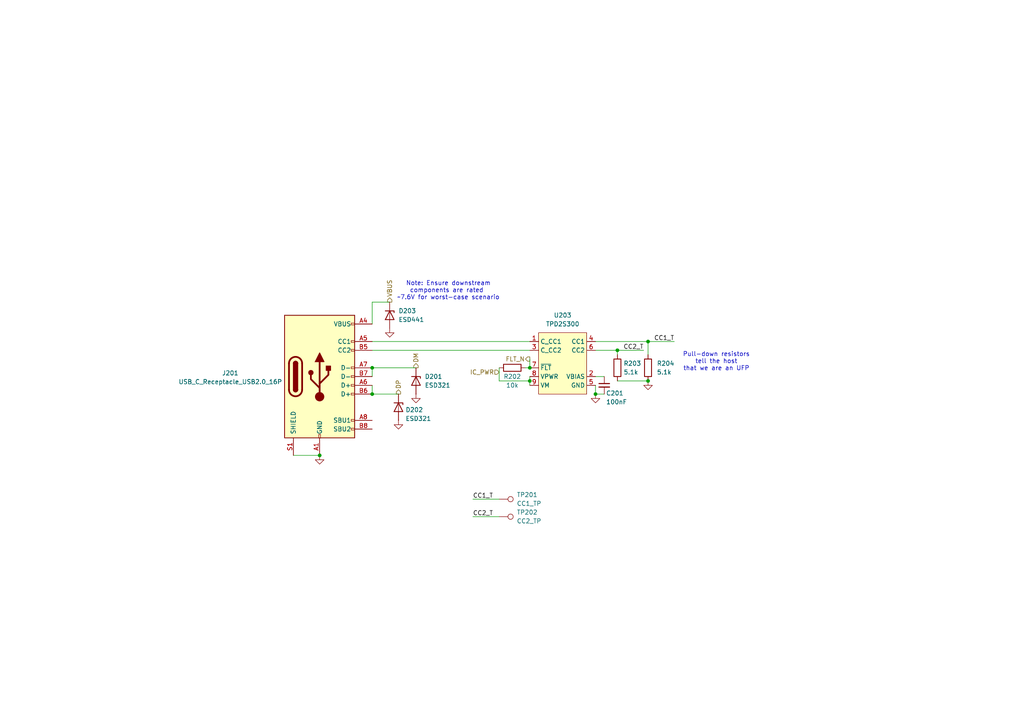
<source format=kicad_sch>
(kicad_sch (version 20231120) (generator "eeschema") (generator_version "8.0")
  (paper "A4")
  (title_block (title "USB-C Module") (date "2024-09-02") (rev "1") (company "Author: Lucas Merritt"))
  (lib_symbols
    (symbol "Connector:TestPoint" (pin_numbers hide) (pin_names (offset 0.762) hide)
      (property "Reference" "TP" (at 0 6.858 0))
      (property "Value" "TestPoint" (at 0 5.08 0))
      (symbol "TestPoint_0_1"
        (circle (center 0 3.302) (radius 0.762))
      )
      (symbol "TestPoint_1_1"
        (pin passive line (at 0 0 90) (length 2.54) (name "1") (number "1"))
      )
    )
    (symbol "Connector:USB_C_Receptacle_USB2.0_16P" (pin_names (offset 1.016))
      (property "Reference" "J" (at 0 22.225 0))
      (property "Value" "USB_C_Receptacle_USB2.0_16P" (at 0 19.685 0))
      (symbol "USB_C_Receptacle_USB2.0_16P_0_0"
        (rectangle (start -0.254 -17.78) (end 0.254 -16.764))
        (rectangle (start 10.16 -14.986) (end 9.144 -15.494))
        (rectangle (start 10.16 -12.446) (end 9.144 -12.954))
        (rectangle (start 10.16 -4.826) (end 9.144 -5.334))
        (rectangle (start 10.16 -2.286) (end 9.144 -2.794))
        (rectangle (start 10.16 0.254) (end 9.144 -0.254))
        (rectangle (start 10.16 2.794) (end 9.144 2.286))
        (rectangle (start 10.16 7.874) (end 9.144 7.366))
        (rectangle (start 10.16 10.414) (end 9.144 9.906))
        (rectangle (start 10.16 15.494) (end 9.144 14.986))
      )
      (symbol "USB_C_Receptacle_USB2.0_16P_0_1"
        (rectangle (start -10.16 17.78) (end 10.16 -17.78) (stroke (width 0.254)) (fill (type background)))
        (arc (start -8.89 -3.81) (mid -6.985 -5.7067) (end -5.08 -3.81) (stroke (width 0.508)))
        (arc (start -7.62 -3.81) (mid -6.985 -4.4423) (end -6.35 -3.81) (stroke (width 0.254)))
        (arc (start -7.62 -3.81) (mid -6.985 -4.4423) (end -6.35 -3.81) (stroke (width 0.254)) (fill (type outline)))
        (rectangle (start -7.62 -3.81) (end -6.35 3.81) (stroke (width 0.254)) (fill (type outline)))
        (arc (start -6.35 3.81) (mid -6.985 4.4423) (end -7.62 3.81) (stroke (width 0.254)))
        (arc (start -6.35 3.81) (mid -6.985 4.4423) (end -7.62 3.81) (stroke (width 0.254)) (fill (type outline)))
        (arc (start -5.08 3.81) (mid -6.985 5.7067) (end -8.89 3.81) (stroke (width 0.508)))
        (circle (center -2.54 1.143) (radius 0.635) (stroke (width 0.254)) (fill (type outline)))
        (circle (center 0 -5.842) (radius 1.27) (fill (type outline)))
        (polyline (pts (xy -8.89 -3.81) (xy -8.89 3.81)) (stroke (width 0.508)))
        (polyline (pts (xy -5.08 3.81) (xy -5.08 -3.81)) (stroke (width 0.508)))
        (polyline (pts (xy 0 -5.842) (xy 0 4.318)) (stroke (width 0.508)))
        (polyline (pts (xy 0 -3.302) (xy -2.54 -0.762) (xy -2.54 0.508)) (stroke (width 0.508)))
        (polyline (pts (xy 0 -2.032) (xy 2.54 0.508) (xy 2.54 1.778)) (stroke (width 0.508)))
        (polyline (pts (xy -1.27 4.318) (xy 0 6.858) (xy 1.27 4.318) (xy -1.27 4.318)) (stroke (width 0.254)) (fill (type outline)))
        (rectangle (start 1.905 1.778) (end 3.175 3.048) (stroke (width 0.254)) (fill (type outline)))
      )
      (symbol "USB_C_Receptacle_USB2.0_16P_1_1"
        (pin passive line (at 0 -22.86 90) (length 5.08) (name "GND") (number "A1"))
        (pin passive line (at 0 -22.86 90) (length 5.08) hide (name "GND") (number "A12"))
        (pin passive line (at 15.24 15.24 180) (length 5.08) (name "VBUS") (number "A4"))
        (pin bidirectional line (at 15.24 10.16 180) (length 5.08) (name "CC1") (number "A5"))
        (pin bidirectional line (at 15.24 -2.54 180) (length 5.08) (name "D+") (number "A6"))
        (pin bidirectional line (at 15.24 2.54 180) (length 5.08) (name "D-") (number "A7"))
        (pin bidirectional line (at 15.24 -12.7 180) (length 5.08) (name "SBU1") (number "A8"))
        (pin passive line (at 15.24 15.24 180) (length 5.08) hide (name "VBUS") (number "A9"))
        (pin passive line (at 0 -22.86 90) (length 5.08) hide (name "GND") (number "B1"))
        (pin passive line (at 0 -22.86 90) (length 5.08) hide (name "GND") (number "B12"))
        (pin passive line (at 15.24 15.24 180) (length 5.08) hide (name "VBUS") (number "B4"))
        (pin bidirectional line (at 15.24 7.62 180) (length 5.08) (name "CC2") (number "B5"))
        (pin bidirectional line (at 15.24 -5.08 180) (length 5.08) (name "D+") (number "B6"))
        (pin bidirectional line (at 15.24 0 180) (length 5.08) (name "D-") (number "B7"))
        (pin bidirectional line (at 15.24 -15.24 180) (length 5.08) (name "SBU2") (number "B8"))
        (pin passive line (at 15.24 15.24 180) (length 5.08) hide (name "VBUS") (number "B9"))
        (pin passive line (at -7.62 -22.86 90) (length 5.08) (name "SHIELD") (number "S1"))
      )
    )
    (symbol "Device:C_Small" (pin_numbers hide) (pin_names (offset 0.254) hide)
      (property "Reference" "C" (at 0.254 1.778 0))
      (property "Value" "C_Small" (at 0.254 -2.032 0))
      (symbol "C_Small_0_1"
        (polyline (pts (xy -1.524 -0.508) (xy 1.524 -0.508)) (stroke (width 0.3302)))
        (polyline (pts (xy -1.524 0.508) (xy 1.524 0.508)) (stroke (width 0.3048)))
      )
      (symbol "C_Small_1_1"
        (pin passive line (at 0 2.54 270) (length 2.032) (name "~") (number "1"))
        (pin passive line (at 0 -2.54 90) (length 2.032) (name "~") (number "2"))
      )
    )
    (symbol "Device:D_Zener" (pin_numbers hide) (pin_names (offset 1.016) hide)
      (property "Reference" "D" (at 0 2.54 0))
      (property "Value" "D_Zener" (at 0 -2.54 0))
      (symbol "D_Zener_0_1"
        (polyline (pts (xy 1.27 0) (xy -1.27 0)))
        (polyline (pts (xy -1.27 -1.27) (xy -1.27 1.27) (xy -0.762 1.27)) (stroke (width 0.254)))
        (polyline (pts (xy 1.27 -1.27) (xy 1.27 1.27) (xy -1.27 0) (xy 1.27 -1.27)) (stroke (width 0.254)))
      )
      (symbol "D_Zener_1_1"
        (pin passive line (at -3.81 0 0) (length 2.54) (name "K") (number "1"))
        (pin passive line (at 3.81 0 180) (length 2.54) (name "A") (number "2"))
      )
    )
    (symbol "Device:R" (pin_numbers hide) (pin_names (offset 0))
      (property "Reference" "R" (at 2.032 0 90))
      (property "Value" "R" (at 0 0 90))
      (symbol "R_0_1"
        (rectangle (start -1.016 -2.54) (end 1.016 2.54) (stroke (width 0.254)))
      )
      (symbol "R_1_1"
        (pin passive line (at 0 3.81 270) (length 1.27) (name "~") (number "1"))
        (pin passive line (at 0 -3.81 90) (length 1.27) (name "~") (number "2"))
      )
    )
    (symbol "Raven:TPD2S300"
      (property "Reference" "U" (at -5.842 10.16 0))
      (property "Value" "TPD2S300" (at 2.794 10.16 0))
      (symbol "TPD2S300_0_1"
        (rectangle (start -6.35 8.89) (end 7.62 -8.89) (fill (type background)))
      )
      (symbol "TPD2S300_1_1"
        (pin input line (at -8.89 6.35 0) (length 2.54) (name "C_CC1") (number "1"))
        (pin power_in line (at 10.16 -3.81 180) (length 2.54) (name "VBIAS") (number "2"))
        (pin input line (at -8.89 3.81 0) (length 2.54) (name "C_CC2") (number "3"))
        (pin output line (at 10.16 6.35 180) (length 2.54) (name "CC1") (number "4"))
        (pin power_in line (at 10.16 -6.35 180) (length 2.54) (name "GND") (number "5"))
        (pin output line (at 10.16 3.81 180) (length 2.54) (name "CC2") (number "6"))
        (pin open_collector line (at -8.89 -1.27 0) (length 2.54) (name "~{FLT}") (number "7"))
        (pin power_in line (at -8.89 -3.81 0) (length 2.54) (name "VPWR") (number "8"))
        (pin input line (at -8.89 -6.35 0) (length 2.54) (name "VM") (number "9"))
      )
    )
    (symbol "power:GND" (power) (pin_numbers hide) (pin_names (offset 0) hide)
      (property "Value" "GND" (at 0 -3.81 0))
      (symbol "GND_0_1"
        (polyline (pts (xy 0 0) (xy 0 -1.27) (xy 1.27 -1.27) (xy 0 -2.54) (xy -1.27 -1.27) (xy 0 -1.27)))
      )
      (symbol "GND_1_1"
        (pin power_in line (at 0 0 270) (length 0) (name "~") (number "1"))
      )
    )
  )
  (junction (at 153.67 106.68))
  (junction (at 92.71 132.08))
  (junction (at 153.67 110.49))
  (junction (at 172.72 114.3))
  (junction (at 187.96 99.06))
  (junction (at 107.95 106.68))
  (junction (at 187.96 110.49))
  (junction (at 107.95 114.3))
  (junction (at 179.07 101.6))
  (wire (pts (xy 107.95 101.6) (xy 153.67 101.6)))
  (wire (pts (xy 107.95 111.76) (xy 107.95 114.3)))
  (wire (pts (xy 153.67 109.22) (xy 153.67 110.49)))
  (wire (pts (xy 179.07 101.6) (xy 186.69 101.6)))
  (wire (pts (xy 144.78 106.68) (xy 144.78 110.49)))
  (wire (pts (xy 172.72 109.22) (xy 175.26 109.22)))
  (wire (pts (xy 144.78 149.86) (xy 137.16 149.86)))
  (wire (pts (xy 172.72 114.3) (xy 175.26 114.3)))
  (wire (pts (xy 179.07 102.87) (xy 179.07 101.6)))
  (wire (pts (xy 107.95 87.63) (xy 113.03 87.63)))
  (wire (pts (xy 107.95 99.06) (xy 153.67 99.06)))
  (wire (pts (xy 179.07 101.6) (xy 172.72 101.6)))
  (wire (pts (xy 179.07 110.49) (xy 187.96 110.49)))
  (wire (pts (xy 107.95 106.68) (xy 120.65 106.68)))
  (wire (pts (xy 172.72 99.06) (xy 187.96 99.06)))
  (wire (pts (xy 152.4 106.68) (xy 153.67 106.68)))
  (wire (pts (xy 144.78 144.78) (xy 137.16 144.78)))
  (wire (pts (xy 172.72 111.76) (xy 172.72 114.3)))
  (wire (pts (xy 85.09 132.08) (xy 92.71 132.08)))
  (wire (pts (xy 153.67 110.49) (xy 153.67 111.76)))
  (wire (pts (xy 187.96 99.06) (xy 195.58 99.06)))
  (wire (pts (xy 153.67 104.14) (xy 153.67 106.68)))
  (wire (pts (xy 187.96 99.06) (xy 187.96 102.87)))
  (wire (pts (xy 107.95 114.3) (xy 115.57 114.3)))
  (wire (pts (xy 107.95 93.98) (xy 107.95 87.63)))
  (wire (pts (xy 107.95 106.68) (xy 107.95 109.22)))
  (wire (pts (xy 144.78 110.49) (xy 153.67 110.49)))
  (text "Pull-down resistors\ntell the host\nthat we are an UFP" (at 207.772 104.902 0) (effects (font (size 1.27 1.27))))
  (text "Note: Ensure downstream\ncomponents are rated \n~7.6V for worst-case scenario" (at 130.048 84.328 0) (effects (font (size 1.27 1.27))))
  (label "CC1_T" (at 195.58 99.06 180))
  (label "CC2_T" (at 137.16 149.86 0))
  (label "CC1_T" (at 137.16 144.78 0))
  (label "CC2_T" (at 186.69 101.6 180))
  (hierarchical_label "DM" (shape output) (at 120.65 106.68 90))
  (hierarchical_label "IC_PWR" (shape input) (at 144.78 107.95 180))
  (hierarchical_label "DP" (shape output) (at 115.57 114.3 90))
  (hierarchical_label "VBUS" (shape output) (at 113.03 87.63 90))
  (hierarchical_label "FLT_N" (shape output) (at 153.67 104.14 180))
  (symbol (lib_id "Device:C_Small") (at 175.26 111.76 0) (unit 1)
    (property "Reference" "C201" (at 175.768 114.046 0) (effects (justify left)))
    (property "Value" "100nF" (at 175.768 116.586 0) (effects (justify left)))
    (property "Description" "Unpolarized capacitor, small symbol" (effects (hide yes)))
  )
  (symbol (lib_id "Device:D_Zener") (at 113.03 91.44 270) (unit 1)
    (property "Reference" "D203" (at 115.57 90.1699 90) (effects (justify left)))
    (property "Value" "ESD441" (at 115.57 92.7099 90) (effects (justify left)))
    (property "Description" "Zener diode" (effects (hide yes)))
  )
  (symbol (lib_id "Device:R") (at 148.59 106.68 90) (unit 1)
    (property "Reference" "R202" (at 148.59 109.22 90))
    (property "Value" "10k" (at 148.59 111.76 90))
    (property "Description" "Resistor" (effects (hide yes)))
  )
  (symbol (lib_id "Device:R") (at 179.07 106.68 0) (unit 1)
    (property "Reference" "R203" (at 180.848 105.41 0) (effects (justify left)))
    (property "Value" "5.1k" (at 180.848 107.95 0) (effects (justify left)))
    (property "Description" "Resistor" (effects (hide yes)))
  )
  (symbol (lib_id "power:GND") (at 120.65 114.3 0) (unit 1)
    (property "Reference" "#PWR0203" (effects (hide yes)))
    (property "Value" "GND" (effects (hide yes)))
    (property "Description" "Power symbol creates a global label with name \"GND\" , ground" (effects (hide yes)))
  )
  (symbol (lib_id "Device:R") (at 187.96 106.68 0) (unit 1)
    (property "Reference" "R204" (at 190.5 105.4099 0) (effects (justify left)))
    (property "Value" "5.1k" (at 190.5 107.9499 0) (effects (justify left)))
    (property "Description" "Resistor" (effects (hide yes)))
  )
  (symbol (lib_id "Connector:TestPoint") (at 144.78 149.86 270) (unit 1)
    (property "Reference" "TP202" (at 149.86 148.5899 90) (effects (justify left)))
    (property "Value" "CC2_TP" (at 149.86 151.1299 90) (effects (justify left)))
    (property "Description" "test point" (effects (hide yes)))
  )
  (symbol (lib_id "Raven:TPD2S300") (at 162.56 105.41 0) (unit 1)
    (property "Reference" "U203" (at 163.195 91.44 0))
    (property "Value" "TPD2S300" (at 163.195 93.98 0))
    (property "Footprint" "YFF0009AJAJ" (effects (hide yes)))
  )
  (symbol (lib_id "Device:D_Zener") (at 120.65 110.49 270) (unit 1)
    (property "Reference" "D201" (at 123.19 109.2199 90) (effects (justify left)))
    (property "Value" "ESD321" (at 123.19 111.7599 90) (effects (justify left)))
    (property "Description" "Zener diode" (effects (hide yes)))
  )
  (symbol (lib_id "Connector:TestPoint") (at 144.78 144.78 270) (unit 1)
    (property "Reference" "TP201" (at 149.86 143.5099 90) (effects (justify left)))
    (property "Value" "CC1_TP" (at 149.86 146.0499 90) (effects (justify left)))
    (property "Description" "test point" (effects (hide yes)))
  )
  (symbol (lib_id "Device:D_Zener") (at 115.57 118.11 270) (unit 1)
    (property "Reference" "D202" (at 117.602 118.872 90) (effects (justify left)))
    (property "Value" "ESD321" (at 117.602 121.412 90) (effects (justify left)))
    (property "Description" "Zener diode" (effects (hide yes)))
  )
  (symbol (lib_id "power:GND") (at 115.57 121.92 0) (unit 1)
    (property "Reference" "#PWR0207" (effects (hide yes)))
    (property "Value" "GND" (effects (hide yes)))
    (property "Description" "Power symbol creates a global label with name \"GND\" , ground" (effects (hide yes)))
  )
  (symbol (lib_id "Connector:USB_C_Receptacle_USB2.0_16P") (at 92.71 109.22 0) (unit 1)
    (property "Reference" "J201" (at 66.802 108.204 0))
    (property "Value" "USB_C_Receptacle_USB2.0_16P" (at 66.802 110.744 0))
    (property "Datasheet" "https://www.usb.org/sites/default/files/documents/usb_type-c.zip" (effects (hide yes)))
    (property "Description" "USB 2.0-only 16P Type-C Receptacle connector" (effects (hide yes)))
  )
  (symbol (lib_id "power:GND") (at 113.03 95.25 0) (unit 1)
    (property "Reference" "#PWR0202" (effects (hide yes)))
    (property "Value" "GND" (effects (hide yes)))
    (property "Description" "Power symbol creates a global label with name \"GND\" , ground" (effects (hide yes)))
  )
  (symbol (lib_id "power:GND") (at 172.72 114.3 0) (unit 1)
    (property "Reference" "#PWR0205" (effects (hide yes)))
    (property "Value" "GND" (effects (hide yes)))
    (property "Description" "Power symbol creates a global label with name \"GND\" , ground" (effects (hide yes)))
  )
  (symbol (lib_id "power:GND") (at 92.71 132.08 0) (unit 1)
    (property "Reference" "#PWR0201" (effects (hide yes)))
    (property "Value" "GND" (effects (hide yes)))
    (property "Description" "Power symbol creates a global label with name \"GND\" , ground" (effects (hide yes)))
  )
  (symbol (lib_id "power:GND") (at 187.96 110.49 0) (unit 1)
    (property "Reference" "#PWR0206" (effects (hide yes)))
    (property "Value" "GND" (effects (hide yes)))
    (property "Description" "Power symbol creates a global label with name \"GND\" , ground" (effects (hide yes)))
  )
)
</source>
